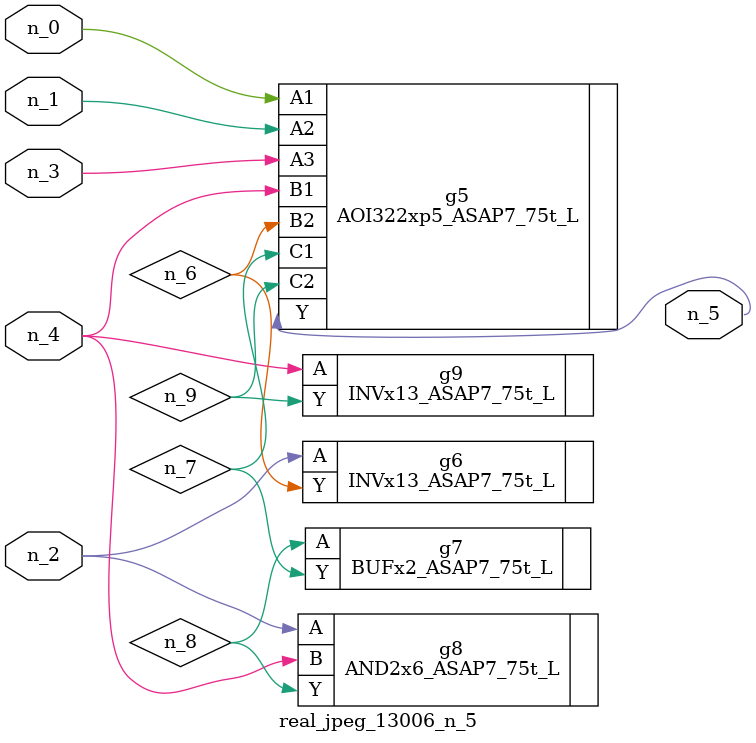
<source format=v>
module real_jpeg_13006_n_5 (n_4, n_0, n_1, n_2, n_3, n_5);

input n_4;
input n_0;
input n_1;
input n_2;
input n_3;

output n_5;

wire n_8;
wire n_6;
wire n_7;
wire n_9;

AOI322xp5_ASAP7_75t_L g5 ( 
.A1(n_0),
.A2(n_1),
.A3(n_3),
.B1(n_4),
.B2(n_6),
.C1(n_7),
.C2(n_9),
.Y(n_5)
);

INVx13_ASAP7_75t_L g6 ( 
.A(n_2),
.Y(n_6)
);

AND2x6_ASAP7_75t_L g8 ( 
.A(n_2),
.B(n_4),
.Y(n_8)
);

INVx13_ASAP7_75t_L g9 ( 
.A(n_4),
.Y(n_9)
);

BUFx2_ASAP7_75t_L g7 ( 
.A(n_8),
.Y(n_7)
);


endmodule
</source>
